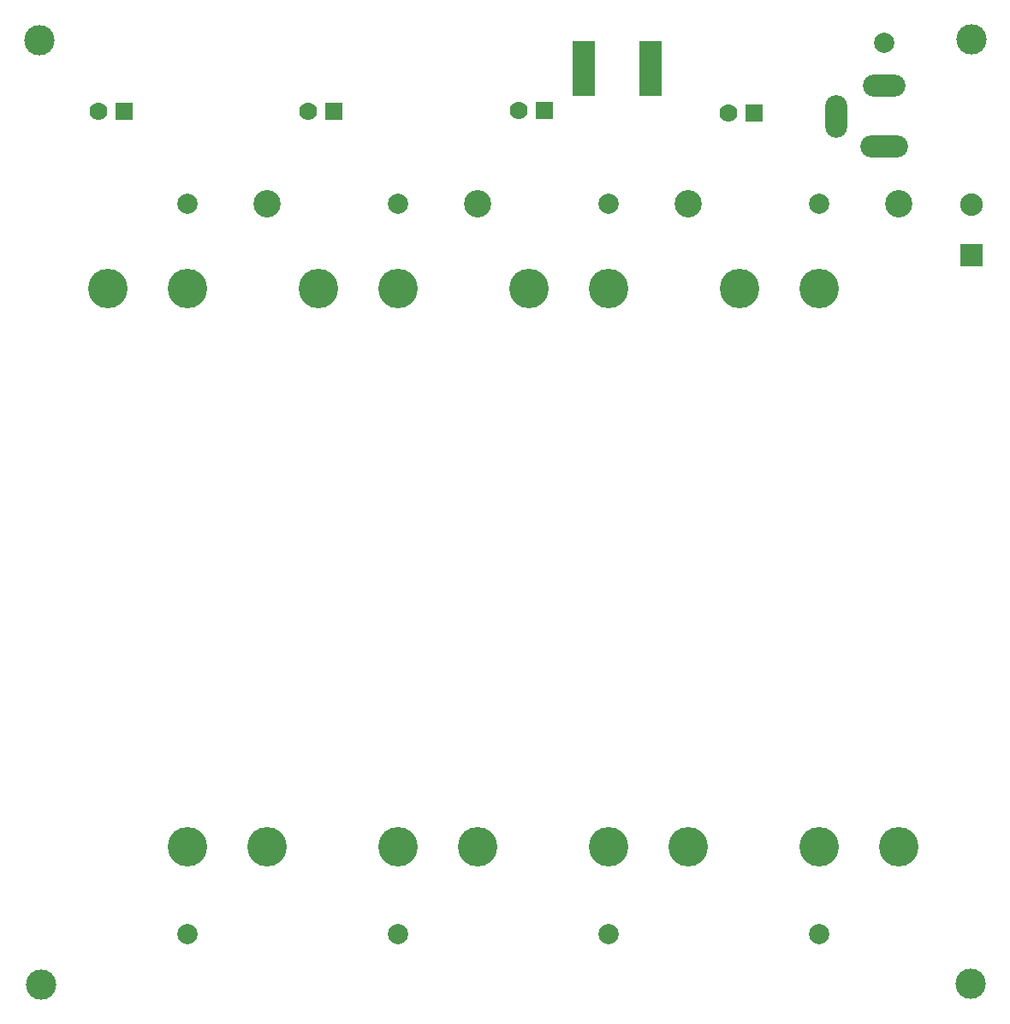
<source format=gbs>
G04*
G04 #@! TF.GenerationSoftware,Altium Limited,Altium Designer,19.1.5 (86)*
G04*
G04 Layer_Color=16711935*
%FSLAX24Y24*%
%MOIN*%
G70*
G01*
G75*
%ADD12C,0.1537*%
%ADD13C,0.0789*%
%ADD14C,0.1064*%
%ADD15C,0.0880*%
%ADD16R,0.0880X0.0880*%
%ADD17O,0.1852X0.0867*%
%ADD18O,0.1655X0.0867*%
%ADD19O,0.0867X0.1655*%
%ADD20R,0.0700X0.0700*%
%ADD21C,0.0700*%
%ADD22C,0.1180*%
%ADD39R,0.0867X0.2167*%
D12*
X6910Y6518D02*
D03*
Y28251D02*
D03*
X10008Y6518D02*
D03*
X3812Y28251D02*
D03*
X15110Y6518D02*
D03*
Y28251D02*
D03*
X18208Y6518D02*
D03*
X12012Y28251D02*
D03*
X23300Y6518D02*
D03*
Y28251D02*
D03*
X26398Y6518D02*
D03*
X20202Y28251D02*
D03*
X31490Y6518D02*
D03*
Y28251D02*
D03*
X34588Y6518D02*
D03*
X28392Y28251D02*
D03*
D13*
X6910Y3117D02*
D03*
Y31550D02*
D03*
X15110Y3117D02*
D03*
Y31550D02*
D03*
X23300Y3117D02*
D03*
Y31550D02*
D03*
X31490Y3117D02*
D03*
Y31550D02*
D03*
X34050Y37804D02*
D03*
D14*
X10008Y31550D02*
D03*
X18208D02*
D03*
X26398D02*
D03*
X34588D02*
D03*
D15*
X37450Y31528D02*
D03*
D16*
Y29560D02*
D03*
D17*
X34050Y33788D02*
D03*
D18*
Y36150D02*
D03*
D19*
X32160Y34969D02*
D03*
D20*
X28970Y35100D02*
D03*
X20810Y35180D02*
D03*
X4450Y35150D02*
D03*
X12590Y35170D02*
D03*
D21*
X27970Y35100D02*
D03*
X19810Y35180D02*
D03*
X3450Y35150D02*
D03*
X11590Y35170D02*
D03*
D22*
X37420Y37950D02*
D03*
X37390Y1190D02*
D03*
X1200Y1160D02*
D03*
X1130Y37930D02*
D03*
D39*
X22351Y36830D02*
D03*
X24949D02*
D03*
M02*

</source>
